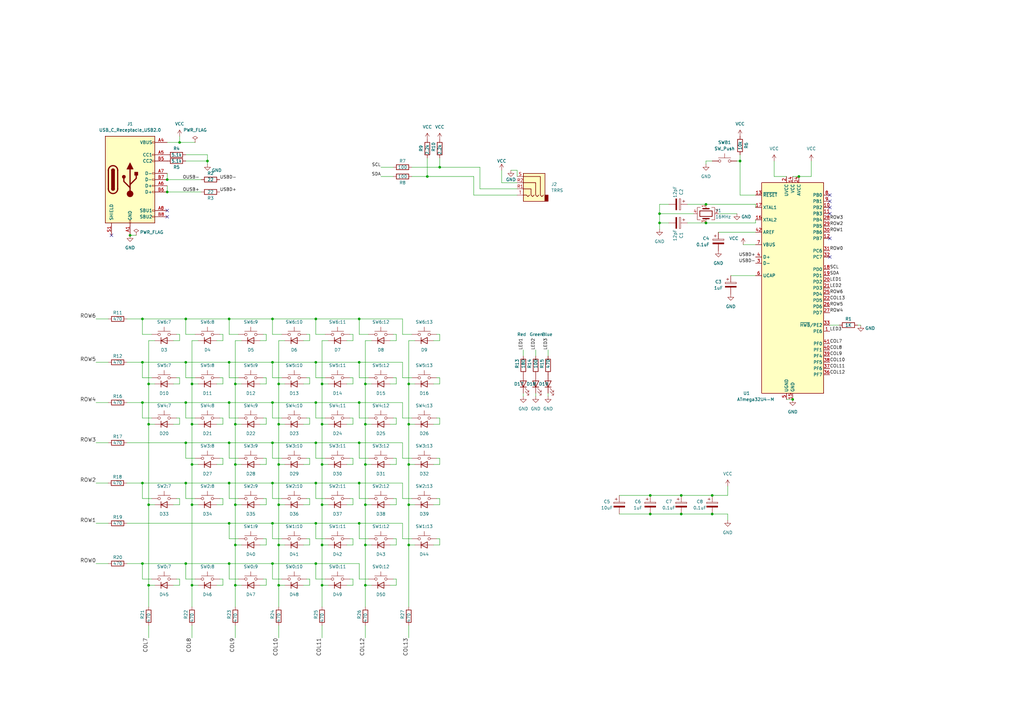
<source format=kicad_sch>
(kicad_sch (version 20211123) (generator eeschema)
  (paper "A3")
  (title_block (date "29 sep 2012"))
  (junction (at 292.1 203.2))
  (junction (at 78.74 190.5))
  (junction (at 114.3 223.52))
  (junction (at 111.76 148.59))
  (junction (at 58.42 198.12))
  (junction (at 149.86 157.48))
  (junction (at 149.86 223.52))
  (junction (at 96.52 240.03))
  (junction (at 129.54 198.12))
  (junction (at 132.08 190.5))
  (junction (at 73.66 58.42))
  (junction (at 111.76 181.61))
  (junction (at 289.56 83.82))
  (junction (at 147.32 148.59))
  (junction (at 93.98 165.1))
  (junction (at 175.26 72.39))
  (junction (at 111.76 198.12))
  (junction (at 149.86 173.99))
  (junction (at 111.76 214.63))
  (junction (at 58.42 165.1))
  (junction (at 114.3 190.5))
  (junction (at 76.2 181.61))
  (junction (at 167.64 207.01))
  (junction (at 58.42 231.14))
  (junction (at 292.1 210.82))
  (junction (at 132.08 207.01))
  (junction (at 58.42 148.59))
  (junction (at 129.54 165.1))
  (junction (at 147.32 165.1))
  (junction (at 270.51 91.44))
  (junction (at 114.3 173.99))
  (junction (at 325.12 163.83))
  (junction (at 147.32 198.12))
  (junction (at 76.2 165.1))
  (junction (at 85.09 66.04))
  (junction (at 76.2 231.14))
  (junction (at 180.34 68.58))
  (junction (at 76.2 148.59))
  (junction (at 167.64 157.48))
  (junction (at 114.3 240.03))
  (junction (at 327.66 72.39))
  (junction (at 132.08 223.52))
  (junction (at 60.96 157.48))
  (junction (at 93.98 148.59))
  (junction (at 78.74 157.48))
  (junction (at 149.86 207.01))
  (junction (at 96.52 173.99))
  (junction (at 96.52 190.5))
  (junction (at 111.76 130.81))
  (junction (at 266.7 203.2))
  (junction (at 303.53 66.04))
  (junction (at 129.54 231.14))
  (junction (at 129.54 148.59))
  (junction (at 132.08 157.48))
  (junction (at 149.86 240.03))
  (junction (at 93.98 231.14))
  (junction (at 93.98 214.63))
  (junction (at 270.51 87.63))
  (junction (at 76.2 198.12))
  (junction (at 167.64 173.99))
  (junction (at 60.96 173.99))
  (junction (at 266.7 210.82))
  (junction (at 114.3 157.48))
  (junction (at 60.96 240.03))
  (junction (at 68.58 78.74))
  (junction (at 78.74 240.03))
  (junction (at 129.54 130.81))
  (junction (at 58.42 130.81))
  (junction (at 96.52 223.52))
  (junction (at 167.64 223.52))
  (junction (at 53.34 96.52))
  (junction (at 96.52 207.01))
  (junction (at 279.4 203.2))
  (junction (at 147.32 130.81))
  (junction (at 111.76 165.1))
  (junction (at 111.76 231.14))
  (junction (at 149.86 190.5))
  (junction (at 132.08 240.03))
  (junction (at 68.58 73.66))
  (junction (at 78.74 173.99))
  (junction (at 289.56 91.44))
  (junction (at 279.4 210.82))
  (junction (at 93.98 181.61))
  (junction (at 114.3 207.01))
  (junction (at 147.32 181.61))
  (junction (at 167.64 190.5))
  (junction (at 96.52 157.48))
  (junction (at 93.98 198.12))
  (junction (at 60.96 207.01))
  (junction (at 132.08 173.99))
  (junction (at 76.2 130.81))
  (junction (at 93.98 130.81))
  (junction (at 129.54 214.63))
  (junction (at 78.74 207.01))
  (junction (at 129.54 181.61))
  (junction (at 147.32 214.63))
  (no_connect (at 340.36 97.79))
  (no_connect (at 68.58 86.36))
  (no_connect (at 340.36 80.01))
  (no_connect (at 340.36 87.63))
  (no_connect (at 45.72 96.52))
  (no_connect (at 340.36 105.41))
  (no_connect (at 68.58 88.9))
  (no_connect (at 340.36 82.55))
  (no_connect (at 340.36 85.09))
  (wire (pts (xy 270.51 91.44) (xy 274.32 91.44)))
  (wire (pts (xy 51.9672 198.12) (xy 58.42 198.12)))
  (wire (pts (xy 93.98 148.59) (xy 93.98 154.94)))
  (wire (pts (xy 344.17 133.35) (xy 340.36 133.35)))
  (wire (pts (xy 322.58 163.83) (xy 325.12 163.83)))
  (wire (pts (xy 132.08 139.7) (xy 132.08 157.48)))
  (wire (pts (xy 72.39 137.16) (xy 73.66 137.16)))
  (wire (pts (xy 147.32 148.59) (xy 147.32 154.94)))
  (wire (pts (xy 149.86 207.01) (xy 149.86 223.52)))
  (wire (pts (xy 179.07 171.45) (xy 180.34 171.45)))
  (wire (pts (xy 106.68 240.03) (xy 109.22 240.03)))
  (wire (pts (xy 111.76 181.61) (xy 111.76 187.96)))
  (wire (pts (xy 88.9 157.48) (xy 91.44 157.48)))
  (wire (pts (xy 132.08 139.7) (xy 134.62 139.7)))
  (wire (pts (xy 147.32 137.16) (xy 151.13 137.16)))
  (wire (pts (xy 93.98 237.49) (xy 97.79 237.49)))
  (wire (pts (xy 114.3 139.7) (xy 116.84 139.7)))
  (wire (pts (xy 68.58 73.66) (xy 82.55 73.66)))
  (wire (pts (xy 93.98 148.59) (xy 111.76 148.59)))
  (wire (pts (xy 162.56 190.5) (xy 162.56 187.96)))
  (wire (pts (xy 160.02 139.7) (xy 162.56 139.7)))
  (wire (pts (xy 60.96 157.48) (xy 60.96 173.99)))
  (wire (pts (xy 162.56 240.03) (xy 162.56 237.49)))
  (wire (pts (xy 93.98 204.47) (xy 97.79 204.47)))
  (wire (pts (xy 78.74 157.48) (xy 81.28 157.48)))
  (wire (pts (xy 292.1 210.82) (xy 298.45 210.82)))
  (wire (pts (xy 129.54 148.59) (xy 147.32 148.59)))
  (wire (pts (xy 106.68 139.7) (xy 109.22 139.7)))
  (wire (pts (xy 96.52 256.54) (xy 96.52 261.62)))
  (wire (pts (xy 111.76 137.16) (xy 115.57 137.16)))
  (wire (pts (xy 129.54 154.94) (xy 133.35 154.94)))
  (wire (pts (xy 58.42 198.12) (xy 76.2 198.12)))
  (wire (pts (xy 302.26 66.04) (xy 303.53 66.04)))
  (wire (pts (xy 114.3 256.54) (xy 114.3 261.62)))
  (wire (pts (xy 132.08 240.03) (xy 134.62 240.03)))
  (wire (pts (xy 147.32 154.94) (xy 151.13 154.94)))
  (wire (pts (xy 167.64 139.7) (xy 170.18 139.7)))
  (wire (pts (xy 165.1 220.98) (xy 168.91 220.98)))
  (wire (pts (xy 106.68 223.52) (xy 109.22 223.52)))
  (wire (pts (xy 161.29 220.98) (xy 162.56 220.98)))
  (wire (pts (xy 114.3 240.03) (xy 116.84 240.03)))
  (wire (pts (xy 147.32 214.63) (xy 147.32 220.98)))
  (wire (pts (xy 78.74 173.99) (xy 81.28 173.99)))
  (wire (pts (xy 298.45 210.82) (xy 298.45 213.36)))
  (wire (pts (xy 88.9 240.03) (xy 91.44 240.03)))
  (wire (pts (xy 254 203.2) (xy 266.7 203.2)))
  (wire (pts (xy 129.54 148.59) (xy 129.54 154.94)))
  (wire (pts (xy 143.51 187.96) (xy 144.78 187.96)))
  (wire (pts (xy 180.34 64.77) (xy 180.34 68.58)))
  (wire (pts (xy 167.64 173.99) (xy 167.64 190.5)))
  (wire (pts (xy 149.86 207.01) (xy 152.4 207.01)))
  (wire (pts (xy 76.2 198.12) (xy 76.2 204.47)))
  (wire (pts (xy 144.78 157.48) (xy 144.78 154.94)))
  (wire (pts (xy 177.8 207.01) (xy 180.34 207.01)))
  (wire (pts (xy 85.09 63.5) (xy 76.2 63.5)))
  (wire (pts (xy 106.68 190.5) (xy 109.22 190.5)))
  (wire (pts (xy 144.78 237.49) (xy 144.78 240.03)))
  (wire (pts (xy 332.74 72.39) (xy 327.66 72.39)))
  (wire (pts (xy 147.32 181.61) (xy 165.1 181.61)))
  (wire (pts (xy 114.3 223.52) (xy 116.84 223.52)))
  (wire (pts (xy 96.52 190.5) (xy 99.06 190.5)))
  (wire (pts (xy 73.66 240.03) (xy 73.66 237.49)))
  (wire (pts (xy 58.42 231.14) (xy 76.2 231.14)))
  (wire (pts (xy 76.2 237.49) (xy 80.01 237.49)))
  (wire (pts (xy 179.07 187.96) (xy 180.34 187.96)))
  (wire (pts (xy 76.2 231.14) (xy 76.2 237.49)))
  (wire (pts (xy 127 139.7) (xy 127 137.16)))
  (wire (pts (xy 52.07 214.63) (xy 93.98 214.63)))
  (wire (pts (xy 93.98 198.12) (xy 111.76 198.12)))
  (wire (pts (xy 111.76 231.14) (xy 129.54 231.14)))
  (wire (pts (xy 93.98 231.14) (xy 111.76 231.14)))
  (wire (pts (xy 168.91 72.39) (xy 175.26 72.39)))
  (wire (pts (xy 167.64 190.5) (xy 170.18 190.5)))
  (wire (pts (xy 58.42 154.94) (xy 58.42 148.59)))
  (wire (pts (xy 90.17 171.45) (xy 91.44 171.45)))
  (wire (pts (xy 147.32 237.49) (xy 151.13 237.49)))
  (wire (pts (xy 161.29 171.45) (xy 162.56 171.45)))
  (wire (pts (xy 109.22 157.48) (xy 109.22 154.94)))
  (wire (pts (xy 76.2 165.1) (xy 76.2 171.45)))
  (wire (pts (xy 175.26 64.77) (xy 175.26 72.39)))
  (wire (pts (xy 39.37 130.81) (xy 44.45 130.81)))
  (wire (pts (xy 125.73 154.94) (xy 127 154.94)))
  (wire (pts (xy 212.09 74.93) (xy 205.74 74.93)))
  (wire (pts (xy 60.96 157.48) (xy 63.5 157.48)))
  (wire (pts (xy 76.2 165.1) (xy 93.98 165.1)))
  (wire (pts (xy 39.37 214.63) (xy 44.45 214.63)))
  (wire (pts (xy 177.8 157.48) (xy 180.34 157.48)))
  (wire (pts (xy 71.12 157.48) (xy 73.66 157.48)))
  (wire (pts (xy 129.54 181.61) (xy 147.32 181.61)))
  (wire (pts (xy 180.34 139.7) (xy 180.34 137.16)))
  (wire (pts (xy 107.95 154.94) (xy 109.22 154.94)))
  (wire (pts (xy 90.17 137.16) (xy 91.44 137.16)))
  (wire (pts (xy 78.74 190.5) (xy 78.74 207.01)))
  (wire (pts (xy 88.9 207.01) (xy 91.44 207.01)))
  (wire (pts (xy 156.21 72.39) (xy 161.29 72.39)))
  (wire (pts (xy 147.32 148.59) (xy 165.1 148.59)))
  (wire (pts (xy 132.08 207.01) (xy 132.08 223.52)))
  (wire (pts (xy 165.1 137.16) (xy 168.91 137.16)))
  (wire (pts (xy 72.39 171.45) (xy 73.66 171.45)))
  (wire (pts (xy 91.44 157.48) (xy 91.44 154.94)))
  (wire (pts (xy 168.91 68.58) (xy 180.34 68.58)))
  (wire (pts (xy 149.86 173.99) (xy 152.4 173.99)))
  (wire (pts (xy 161.29 137.16) (xy 162.56 137.16)))
  (wire (pts (xy 114.3 223.52) (xy 114.3 240.03)))
  (wire (pts (xy 309.88 83.82) (xy 309.88 85.09)))
  (wire (pts (xy 39.37 148.59) (xy 44.45 148.59)))
  (wire (pts (xy 144.78 207.01) (xy 144.78 204.47)))
  (wire (pts (xy 165.1 171.45) (xy 168.91 171.45)))
  (wire (pts (xy 147.32 214.63) (xy 165.1 214.63)))
  (wire (pts (xy 93.98 154.94) (xy 97.79 154.94)))
  (wire (pts (xy 180.34 157.48) (xy 180.34 154.94)))
  (wire (pts (xy 254 210.82) (xy 266.7 210.82)))
  (wire (pts (xy 127 240.03) (xy 124.46 240.03)))
  (wire (pts (xy 292.1 66.04) (xy 289.56 66.04)))
  (wire (pts (xy 90.17 154.94) (xy 91.44 154.94)))
  (wire (pts (xy 68.58 71.12) (xy 68.58 73.66)))
  (wire (pts (xy 144.78 190.5) (xy 144.78 187.96)))
  (wire (pts (xy 149.86 223.52) (xy 152.4 223.52)))
  (wire (pts (xy 132.08 157.48) (xy 134.62 157.48)))
  (wire (pts (xy 149.86 157.48) (xy 152.4 157.48)))
  (wire (pts (xy 111.76 165.1) (xy 129.54 165.1)))
  (wire (pts (xy 162.56 223.52) (xy 162.56 220.98)))
  (wire (pts (xy 68.58 58.42) (xy 73.66 58.42)))
  (wire (pts (xy 194.31 72.39) (xy 175.26 72.39)))
  (wire (pts (xy 93.98 231.14) (xy 93.98 237.49)))
  (wire (pts (xy 149.86 190.5) (xy 149.86 207.01)))
  (wire (pts (xy 71.12 240.03) (xy 73.66 240.03)))
  (wire (pts (xy 90.17 204.47) (xy 91.44 204.47)))
  (wire (pts (xy 143.51 171.45) (xy 144.78 171.45)))
  (wire (pts (xy 143.51 137.16) (xy 144.78 137.16)))
  (wire (pts (xy 149.86 157.48) (xy 149.86 173.99)))
  (wire (pts (xy 124.46 173.99) (xy 127 173.99)))
  (wire (pts (xy 167.64 190.5) (xy 167.64 207.01)))
  (wire (pts (xy 73.66 207.01) (xy 73.66 204.47)))
  (wire (pts (xy 167.64 207.01) (xy 167.64 223.52)))
  (wire (pts (xy 91.44 207.01) (xy 91.44 204.47)))
  (wire (pts (xy 132.08 173.99) (xy 134.62 173.99)))
  (wire (pts (xy 147.32 198.12) (xy 147.32 204.47)))
  (wire (pts (xy 309.88 95.25) (xy 294.64 95.25)))
  (wire (pts (xy 78.74 139.7) (xy 81.28 139.7)))
  (wire (pts (xy 147.32 231.14) (xy 147.32 237.49)))
  (wire (pts (xy 111.76 231.14) (xy 111.76 237.49)))
  (wire (pts (xy 109.22 223.52) (xy 109.22 220.98)))
  (wire (pts (xy 78.74 240.03) (xy 81.28 240.03)))
  (wire (pts (xy 224.79 161.29) (xy 224.79 162.56)))
  (wire (pts (xy 76.2 181.61) (xy 93.98 181.61)))
  (wire (pts (xy 149.86 173.99) (xy 149.86 190.5)))
  (wire (pts (xy 73.66 173.99) (xy 73.66 171.45)))
  (wire (pts (xy 60.96 207.01) (xy 60.96 240.03)))
  (wire (pts (xy 85.09 66.04) (xy 76.2 66.04)))
  (wire (pts (xy 294.64 87.63) (xy 302.26 87.63)))
  (wire (pts (xy 124.46 207.01) (xy 127 207.01)))
  (wire (pts (xy 177.8 139.7) (xy 180.34 139.7)))
  (wire (pts (xy 96.52 190.5) (xy 96.52 207.01)))
  (wire (pts (xy 78.74 256.54) (xy 78.74 261.62)))
  (wire (pts (xy 73.66 157.48) (xy 73.66 154.94)))
  (wire (pts (xy 165.1 187.96) (xy 168.91 187.96)))
  (wire (pts (xy 266.7 203.2) (xy 279.4 203.2)))
  (wire (pts (xy 129.54 231.14) (xy 147.32 231.14)))
  (wire (pts (xy 142.24 157.48) (xy 144.78 157.48)))
  (wire (pts (xy 111.76 214.63) (xy 129.54 214.63)))
  (wire (pts (xy 76.2 148.59) (xy 76.2 154.94)))
  (wire (pts (xy 162.56 139.7) (xy 162.56 137.16)))
  (wire (pts (xy 58.42 148.59) (xy 76.2 148.59)))
  (wire (pts (xy 167.64 256.54) (xy 167.64 261.62)))
  (wire (pts (xy 93.98 130.81) (xy 111.76 130.81)))
  (wire (pts (xy 270.51 91.44) (xy 270.51 93.98)))
  (wire (pts (xy 143.51 237.49) (xy 144.78 237.49)))
  (wire (pts (xy 127 237.49) (xy 127 240.03)))
  (wire (pts (xy 60.96 256.54) (xy 60.96 261.62)))
  (wire (pts (xy 114.3 190.5) (xy 116.84 190.5)))
  (wire (pts (xy 129.54 204.47) (xy 133.35 204.47)))
  (wire (pts (xy 58.42 237.49) (xy 58.42 231.14)))
  (wire (pts (xy 90.17 187.96) (xy 91.44 187.96)))
  (wire (pts (xy 114.3 173.99) (xy 114.3 190.5)))
  (wire (pts (xy 143.51 220.98) (xy 144.78 220.98)))
  (wire (pts (xy 125.73 171.45) (xy 127 171.45)))
  (wire (pts (xy 93.98 220.98) (xy 97.79 220.98)))
  (wire (pts (xy 93.98 165.1) (xy 111.76 165.1)))
  (wire (pts (xy 132.08 256.54) (xy 132.08 261.62)))
  (wire (pts (xy 111.76 165.1) (xy 111.76 171.45)))
  (wire (pts (xy 279.4 210.82) (xy 292.1 210.82)))
  (wire (pts (xy 96.52 139.7) (xy 99.06 139.7)))
  (wire (pts (xy 205.74 74.93) (xy 205.74 69.85)))
  (wire (pts (xy 114.3 157.48) (xy 116.84 157.48)))
  (wire (pts (xy 309.88 91.44) (xy 309.88 90.17)))
  (wire (pts (xy 58.42 171.45) (xy 62.23 171.45)))
  (wire (pts (xy 266.7 210.82) (xy 279.4 210.82)))
  (wire (pts (xy 149.86 256.54) (xy 149.86 261.62)))
  (wire (pts (xy 125.73 187.96) (xy 127 187.96)))
  (wire (pts (xy 127 173.99) (xy 127 171.45)))
  (wire (pts (xy 96.52 139.7) (xy 96.52 157.48)))
  (wire (pts (xy 224.79 143.51) (xy 224.79 146.05)))
  (wire (pts (xy 289.56 83.82) (xy 309.88 83.82)))
  (wire (pts (xy 109.22 187.96) (xy 109.22 190.5)))
  (wire (pts (xy 58.42 237.49) (xy 62.23 237.49)))
  (wire (pts (xy 127 157.48) (xy 127 154.94)))
  (wire (pts (xy 111.76 220.98) (xy 115.57 220.98)))
  (wire (pts (xy 78.74 173.99) (xy 78.74 190.5)))
  (wire (pts (xy 60.96 207.01) (xy 63.5 207.01)))
  (wire (pts (xy 167.64 223.52) (xy 170.18 223.52)))
  (wire (pts (xy 322.58 72.39) (xy 317.5 72.39)))
  (wire (pts (xy 177.8 223.52) (xy 180.34 223.52)))
  (wire (pts (xy 127 207.01) (xy 127 204.47)))
  (wire (pts (xy 165.1 214.63) (xy 165.1 220.98)))
  (wire (pts (xy 279.4 203.2) (xy 292.1 203.2)))
  (wire (pts (xy 91.44 139.7) (xy 91.44 137.16)))
  (wire (pts (xy 162.56 207.01) (xy 162.56 204.47)))
  (wire (pts (xy 96.52 157.48) (xy 99.06 157.48)))
  (wire (pts (xy 125.73 237.49) (xy 127 237.49)))
  (wire (pts (xy 214.63 143.51) (xy 214.63 146.05)))
  (wire (pts (xy 325.12 72.39) (xy 327.66 72.39)))
  (wire (pts (xy 147.32 130.81) (xy 165.1 130.81)))
  (wire (pts (xy 167.64 157.48) (xy 167.64 173.99)))
  (wire (pts (xy 73.66 58.42) (xy 73.66 55.88)))
  (wire (pts (xy 353.06 133.35) (xy 351.79 133.35)))
  (wire (pts (xy 76.2 181.61) (xy 76.2 187.96)))
  (wire (pts (xy 309.88 113.03) (xy 299.72 113.03)))
  (wire (pts (xy 58.42 137.16) (xy 62.23 137.16)))
  (wire (pts (xy 58.42 130.81) (xy 76.2 130.81)))
  (wire (pts (xy 96.52 223.52) (xy 99.06 223.52)))
  (wire (pts (xy 144.78 223.52) (xy 144.78 220.98)))
  (wire (pts (xy 144.78 173.99) (xy 144.78 171.45)))
  (wire (pts (xy 111.76 154.94) (xy 115.57 154.94)))
  (wire (pts (xy 132.08 190.5) (xy 134.62 190.5)))
  (wire (pts (xy 281.94 91.44) (xy 289.56 91.44)))
  (wire (pts (xy 209.55 69.85) (xy 212.09 69.85)))
  (wire (pts (xy 78.74 190.5) (xy 81.28 190.5)))
  (wire (pts (xy 149.86 139.7) (xy 152.4 139.7)))
  (wire (pts (xy 91.44 190.5) (xy 91.44 187.96)))
  (wire (pts (xy 214.63 161.29) (xy 214.63 162.56)))
  (wire (pts (xy 111.76 198.12) (xy 111.76 204.47)))
  (wire (pts (xy 114.3 207.01) (xy 116.84 207.01)))
  (wire (pts (xy 132.08 223.52) (xy 134.62 223.52)))
  (wire (pts (xy 114.3 157.48) (xy 114.3 173.99)))
  (wire (pts (xy 71.12 139.7) (xy 73.66 139.7)))
  (wire (pts (xy 149.86 139.7) (xy 149.86 157.48)))
  (wire (pts (xy 93.98 214.63) (xy 93.98 220.98)))
  (wire (pts (xy 76.2 137.16) (xy 80.01 137.16)))
  (wire (pts (xy 129.54 198.12) (xy 129.54 204.47)))
  (wire (pts (xy 106.68 207.01) (xy 109.22 207.01)))
  (wire (pts (xy 167.64 157.48) (xy 170.18 157.48)))
  (wire (pts (xy 88.9 190.5) (xy 91.44 190.5)))
  (wire (pts (xy 147.32 130.81) (xy 147.32 137.16)))
  (wire (pts (xy 111.76 198.12) (xy 129.54 198.12)))
  (wire (pts (xy 107.95 171.45) (xy 109.22 171.45)))
  (wire (pts (xy 165.1 148.59) (xy 165.1 154.94)))
  (wire (pts (xy 281.94 83.82) (xy 289.56 83.82)))
  (wire (pts (xy 332.74 66.04) (xy 332.74 72.39)))
  (wire (pts (xy 114.3 190.5) (xy 114.3 207.01)))
  (wire (pts (xy 76.2 148.59) (xy 93.98 148.59)))
  (wire (pts (xy 96.52 240.03) (xy 99.06 240.03)))
  (wire (pts (xy 212.09 80.01) (xy 194.31 80.01)))
  (wire (pts (xy 143.51 154.94) (xy 144.78 154.94)))
  (wire (pts (xy 142.24 223.52) (xy 144.78 223.52)))
  (wire (pts (xy 180.34 207.01) (xy 180.34 204.47)))
  (wire (pts (xy 149.86 190.5) (xy 152.4 190.5)))
  (wire (pts (xy 160.02 207.01) (xy 162.56 207.01)))
  (wire (pts (xy 109.22 173.99) (xy 109.22 171.45)))
  (wire (pts (xy 58.42 137.16) (xy 58.42 130.81)))
  (wire (pts (xy 96.52 157.48) (xy 96.52 173.99)))
  (wire (pts (xy 72.39 154.94) (xy 73.66 154.94)))
  (wire (pts (xy 147.32 204.47) (xy 151.13 204.47)))
  (wire (pts (xy 125.73 137.16) (xy 127 137.16)))
  (wire (pts (xy 142.24 207.01) (xy 144.78 207.01)))
  (wire (pts (xy 96.52 240.03) (xy 96.52 248.92)))
  (wire (pts (xy 147.32 165.1) (xy 147.32 171.45)))
  (wire (pts (xy 114.3 139.7) (xy 114.3 157.48)))
  (wire (pts (xy 179.07 204.47) (xy 180.34 204.47)))
  (wire (pts (xy 111.76 130.81) (xy 111.76 137.16)))
  (wire (pts (xy 96.52 223.52) (xy 96.52 240.03)))
  (wire (pts (xy 111.76 237.49) (xy 115.57 237.49)))
  (wire (pts (xy 78.74 207.01) (xy 78.74 240.03)))
  (wire (pts (xy 111.76 171.45) (xy 115.57 171.45)))
  (wire (pts (xy 93.98 181.61) (xy 93.98 187.96)))
  (wire (pts (xy 52.07 148.59) (xy 58.42 148.59)))
  (wire (pts (xy 93.98 165.1) (xy 93.98 171.45)))
  (wire (pts (xy 58.42 204.47) (xy 62.23 204.47)))
  (wire (pts (xy 142.24 190.5) (xy 144.78 190.5)))
  (wire (pts (xy 143.51 204.47) (xy 144.78 204.47)))
  (wire (pts (xy 132.08 173.99) (xy 132.08 190.5)))
  (wire (pts (xy 132.08 207.01) (xy 134.62 207.01)))
  (wire (pts (xy 196.85 77.47) (xy 196.85 68.58)))
  (wire (pts (xy 219.71 143.51) (xy 219.71 146.05)))
  (wire (pts (xy 39.37 231.14) (xy 44.45 231.14)))
  (wire (pts (xy 270.51 87.63) (xy 270.51 91.44)))
  (wire (pts (xy 111.76 148.59) (xy 111.76 154.94)))
  (wire (pts (xy 129.54 130.81) (xy 147.32 130.81)))
  (wire (pts (xy 219.71 161.29) (xy 219.71 162.56)))
  (wire (pts (xy 73.66 139.7) (xy 73.66 137.16)))
  (wire (pts (xy 109.22 240.03) (xy 109.22 237.49)))
  (wire (pts (xy 68.58 78.74) (xy 82.55 78.74)))
  (wire (pts (xy 303.53 80.01) (xy 309.88 80.01)))
  (wire (pts (xy 39.37 198.12) (xy 44.3472 198.12)))
  (wire (pts (xy 125.73 204.47) (xy 127 204.47)))
  (wire (pts (xy 76.2 231.14) (xy 93.98 231.14)))
  (wire (pts (xy 127 190.5) (xy 127 187.96)))
  (wire (pts (xy 142.24 139.7) (xy 144.78 139.7)))
  (wire (pts (xy 60.96 240.03) (xy 63.5 240.03)))
  (wire (pts (xy 52.07 181.61) (xy 76.2 181.61)))
  (wire (pts (xy 52.07 165.1) (xy 58.42 165.1)))
  (wire (pts (xy 111.76 214.63) (xy 111.76 220.98)))
  (wire (pts (xy 96.52 173.99) (xy 99.06 173.99)))
  (wire (pts (xy 167.64 139.7) (xy 167.64 157.48)))
  (wire (pts (xy 107.95 204.47) (xy 109.22 204.47)))
  (wire (pts (xy 298.45 203.2) (xy 292.1 203.2)))
  (wire (pts (xy 58.42 171.45) (xy 58.42 165.1)))
  (wire (pts (xy 147.32 198.12) (xy 165.1 198.12)))
  (wire (pts (xy 317.5 72.39) (xy 317.5 66.04)))
  (wire (pts (xy 76.2 171.45) (xy 80.01 171.45)))
  (wire (pts (xy 58.42 154.94) (xy 62.23 154.94)))
  (wire (pts (xy 76.2 204.47) (xy 80.01 204.47)))
  (wire (pts (xy 165.1 130.81) (xy 165.1 137.16)))
  (wire (pts (xy 52.07 130.81) (xy 58.42 130.81)))
  (wire (pts (xy 93.98 137.16) (xy 97.79 137.16)))
  (wire (pts (xy 161.29 154.94) (xy 162.56 154.94)))
  (wire (pts (xy 73.66 58.42) (xy 80.01 58.42)))
  (wire (pts (xy 304.8 100.33) (xy 309.88 100.33)))
  (wire (pts (xy 88.9 173.99) (xy 91.44 173.99)))
  (wire (pts (xy 88.9 139.7) (xy 91.44 139.7)))
  (wire (pts (xy 111.76 181.61) (xy 129.54 181.61)))
  (wire (pts (xy 298.45 199.39) (xy 298.45 203.2)))
  (wire (pts (xy 149.86 240.03) (xy 149.86 248.92)))
  (wire (pts (xy 132.08 190.5) (xy 132.08 207.01)))
  (wire (pts (xy 179.07 154.94) (xy 180.34 154.94)))
  (wire (pts (xy 132.08 240.03) (xy 132.08 248.92)))
  (wire (pts (xy 129.54 165.1) (xy 147.32 165.1)))
  (wire (pts (xy 160.02 190.5) (xy 162.56 190.5)))
  (wire (pts (xy 167.64 173.99) (xy 170.18 173.99)))
  (wire (pts (xy 165.1 204.47) (xy 168.91 204.47)))
  (wire (pts (xy 93.98 187.96) (xy 97.79 187.96)))
  (wire (pts (xy 72.39 204.47) (xy 73.66 204.47)))
  (wire (pts (xy 76.2 187.96) (xy 80.01 187.96)))
  (wire (pts (xy 68.58 76.2) (xy 68.58 78.74)))
  (wire (pts (xy 270.51 87.63) (xy 284.48 87.63)))
  (wire (pts (xy 76.2 130.81) (xy 93.98 130.81)))
  (wire (pts (xy 165.1 198.12) (xy 165.1 204.47)))
  (wire (pts (xy 106.68 173.99) (xy 109.22 173.99)))
  (wire (pts (xy 91.44 240.03) (xy 91.44 237.49)))
  (wire (pts (xy 78.74 139.7) (xy 78.74 157.48)))
  (wire (pts (xy 78.74 240.03) (xy 78.74 248.92)))
  (wire (pts (xy 78.74 207.01) (xy 81.28 207.01)))
  (wire (pts (xy 147.32 181.61) (xy 147.32 187.96)))
  (wire (pts (xy 109.22 207.01) (xy 109.22 204.47)))
  (wire (pts (xy 91.44 173.99) (xy 91.44 171.45)))
  (wire (pts (xy 114.3 207.01) (xy 114.3 223.52)))
  (wire (pts (xy 85.09 63.5) (xy 85.09 66.04)))
  (wire (pts (xy 106.68 157.48) (xy 109.22 157.48)))
  (wire (pts (xy 160.02 157.48) (xy 162.56 157.48)))
  (wire (pts (xy 212.09 69.85) (xy 212.09 72.39)))
  (wire (pts (xy 96.52 207.01) (xy 99.06 207.01)))
  (wire (pts (xy 78.74 157.48) (xy 78.74 173.99)))
  (wire (pts (xy 165.1 154.94) (xy 168.91 154.94)))
  (wire (pts (xy 60.96 173.99) (xy 60.96 207.01)))
  (wire (pts (xy 39.37 165.1) (xy 44.45 165.1)))
  (wire (pts (xy 132.08 223.52) (xy 132.08 240.03)))
  (wire (pts (xy 107.95 187.96) (xy 109.22 187.96)))
  (wire (pts (xy 129.54 181.61) (xy 129.54 187.96)))
  (wire (pts (xy 90.17 237.49) (xy 91.44 237.49)))
  (wire (pts (xy 125.73 220.98) (xy 127 220.98)))
  (wire (pts (xy 107.95 237.49) (xy 109.22 237.49)))
  (wire (pts (xy 76.2 154.94) (xy 80.01 154.94)))
  (wire (pts (xy 129.54 165.1) (xy 129.54 171.45)))
  (wire (pts (xy 39.37 181.61) (xy 44.45 181.61)))
  (wire (pts (xy 179.07 137.16) (xy 180.34 137.16)))
  (wire (pts (xy 93.98 130.81) (xy 93.98 137.16)))
  (wire (pts (xy 180.34 173.99) (xy 180.34 171.45)))
  (wire (pts (xy 160.02 240.03) (xy 162.56 240.03)))
  (wire (pts (xy 162.56 173.99) (xy 162.56 171.45)))
  (wire (pts (xy 289.56 66.04) (xy 289.56 67.31)))
  (wire (pts (xy 149.86 240.03) (xy 152.4 240.03)))
  (wire (pts (xy 129.54 220.98) (xy 133.35 220.98)))
  (wire (pts (xy 107.95 137.16) (xy 109.22 137.16)))
  (wire (pts (xy 124.46 139.7) (xy 127 139.7)))
  (wire (pts (xy 93.98 198.12) (xy 93.98 204.47)))
  (wire (pts (xy 111.76 204.47) (xy 115.57 204.47)))
  (wire (pts (xy 129.54 214.63) (xy 147.32 214.63)))
  (wire (pts (xy 52.07 231.14) (xy 58.42 231.14)))
  (wire (pts (xy 93.98 181.61) (xy 111.76 181.61)))
  (wire (pts (xy 303.53 63.5) (xy 303.53 66.04)))
  (wire (pts (xy 60.96 173.99) (xy 63.5 173.99)))
  (wire (pts (xy 132.08 157.48) (xy 132.08 173.99)))
  (wire (pts (xy 165.1 181.61) (xy 165.1 187.96)))
  (wire (pts (xy 179.07 220.98) (xy 180.34 220.98)))
  (wire (pts (xy 71.12 207.01) (xy 73.66 207.01)))
  (wire (pts (xy 111.76 148.59) (xy 129.54 148.59)))
  (wire (pts (xy 289.56 91.44) (xy 309.88 91.44)))
  (wire (pts (xy 72.39 237.49) (xy 73.66 237.49)))
  (wire (pts (xy 156.21 68.58) (xy 161.29 68.58)))
  (wire (pts (xy 60.96 139.7) (xy 60.96 157.48)))
  (wire (pts (xy 114.3 240.03) (xy 114.3 248.92)))
  (wire (pts (xy 160.02 223.52) (xy 162.56 223.52)))
  (wire (pts (xy 147.32 165.1) (xy 165.1 165.1)))
  (wire (pts (xy 129.54 187.96) (xy 133.35 187.96)))
  (wire (pts (xy 147.32 171.45) (xy 151.13 171.45)))
  (wire (pts (xy 53.34 96.52) (xy 55.88 96.52)))
  (wire (pts (xy 129.54 231.14) (xy 129.54 237.49)))
  (wire (pts (xy 180.34 223.52) (xy 180.34 220.98)))
  (wire (pts (xy 71.12 173.99) (xy 73.66 173.99)))
  (wire (pts (xy 142.24 173.99) (xy 144.78 173.99)))
  (wire (pts (xy 129.54 137.16) (xy 133.35 137.16)))
  (wire (pts (xy 93.98 214.63) (xy 111.76 214.63)))
  (wire (pts (xy 107.95 220.98) (xy 109.22 220.98)))
  (wire (pts (xy 212.09 77.47) (xy 196.85 77.47)))
  (wire (pts (xy 167.64 223.52) (xy 167.64 248.92)))
  (wire (pts (xy 161.29 237.49) (xy 162.56 237.49)))
  (wire (pts (xy 114.3 173.99) (xy 116.84 173.99)))
  (wire (pts (xy 180.34 190.5) (xy 180.34 187.96)))
  (wire (pts (xy 177.8 173.99) (xy 180.34 173.99)))
  (wire (pts (xy 93.98 171.45) (xy 97.79 171.45)))
  (wire (pts (xy 76.2 130.81) (xy 76.2 137.16)))
  (wire (pts (xy 124.46 157.48) (xy 127 157.48)))
  (wire (pts (xy 165.1 165.1) (xy 165.1 171.45)))
  (wire (pts (xy 147.32 187.96) (xy 151.13 187.96)))
  (wire (pts (xy 96.52 173.99) (xy 96.52 190.5)))
  (wire (pts (xy 161.29 187.96) (xy 162.56 187.96)))
  (wire (pts (xy 76.2 198.12) (xy 93.98 198.12)))
  (wire (pts (xy 58.42 165.1) (xy 76.2 165.1)))
  (wire (pts (xy 270.51 83.82) (xy 270.51 87.63)))
  (wire (pts (xy 196.85 68.58) (xy 180.34 68.58)))
  (wire (pts (xy 147.32 220.98) (xy 151.13 220.98)))
  (wire (pts (xy 270.51 83.82) (xy 274.32 83.82)))
  (wire (pts (xy 60.96 139.7) (xy 63.5 139.7)))
  (wire (pts (xy 58.42 204.47) (xy 58.42 198.12)))
  (wire (pts (xy 144.78 139.7) (xy 144.78 137.16)))
  (wire (pts (xy 109.22 139.7) (xy 109.22 137.16)))
  (wire (pts (xy 60.96 240.03) (xy 60.96 248.92)))
  (wire (pts (xy 111.76 187.96) (xy 115.57 187.96)))
  (wire (pts (xy 144.78 240.03) (xy 142.24 240.03)))
  (wire (pts (xy 167.64 207.01) (xy 170.18 207.01)))
  (wire (pts (xy 177.8 190.5) (xy 180.34 190.5)))
  (wire (pts (xy 111.76 130.81) (xy 129.54 130.81)))
  (wire (pts (xy 96.52 207.01) (xy 96.52 223.52)))
  (wire (pts (xy 127 223.52) (xy 127 220.98)))
  (wire (pts (xy 124.46 190.5) (xy 127 190.5)))
  (wire (pts (xy 162.56 157.48) (xy 162.56 154.94)))
  (wire (pts (xy 303.53 66.04) (xy 303.53 80.01)))
  (wire (pts (xy 129.54 214.63) (xy 129.54 220.98)))
  (wire (pts (xy 85.09 66.04) (xy 85.09 67.31)))
  (wire (pts (xy 129.54 130.81) (xy 129.54 137.16)))
  (wire (pts (xy 160.02 173.99) (xy 162.56 173.99)))
  (wire (pts (xy 161.29 204.47) (xy 162.56 204.47)))
  (wire (pts (xy 129.54 198.12) (xy 147.32 198.12)))
  (wire (pts (xy 194.31 80.01) (xy 194.31 72.39)))
  (wire (pts (xy 129.54 237.49) (xy 133.35 237.49)))
  (wire (pts (xy 149.86 223.52) (xy 149.86 240.03)))
  (wire (pts (xy 129.54 171.45) (xy 133.35 171.45)))
  (wire (pts (xy 124.46 223.52) (xy 127 223.52)))
  (label "COL9" (at 340.36 146.05 0))
  (label "ROW2" (at 340.36 92.71 0))
  (label "USBD+" (at 309.88 105.41 180))
  (label "COL10" (at 114.3 261.62 270) (effects (font (size 1.524 1.524))))
  (label "LED2" (at 219.71 143.51 90))
  (label "COL11" (at 132.08 261.62 270) (effects (font (size 1.524 1.524))))
  (label "LED2" (at 340.36 118.11 0))
  (label "COL7" (at 60.96 261.62 270) (effects (font (size 1.524 1.524))))
  (label "ROW6" (at 39.37 130.81 180) (effects (font (size 1.524 1.524))))
  (label "COL12" (at 340.36 153.67 0))
  (label "COL8" (at 340.36 143.51 0))
  (label "COL13" (at 340.36 123.19 0))
  (label "OUSB+" (at 74.93 78.74 0))
  (label "ROW4" (at 340.36 128.27 0))
  (label "ROW3" (at 39.37 181.61 180) (effects (font (size 1.524 1.524))))
  (label "SCL" (at 156.21 68.58 180))
  (label "COL9" (at 96.52 261.62 270) (effects (font (size 1.524 1.524))))
  (label "LED3" (at 224.79 143.51 90))
  (label "ROW4" (at 39.37 165.1 180) (effects (font (size 1.524 1.524))))
  (label "ROW0" (at 340.36 102.87 0))
  (label "COL12" (at 149.86 261.62 270) (effects (font (size 1.524 1.524))))
  (label "ROW2" (at 39.37 198.12 180) (effects (font (size 1.524 1.524))))
  (label "ROW0" (at 39.37 231.14 180) (effects (font (size 1.524 1.524))))
  (label "USBD+" (at 90.17 78.74 0))
  (label "ROW1" (at 39.37 214.63 180) (effects (font (size 1.524 1.524))))
  (label "COL11" (at 340.36 151.13 0))
  (label "OUSB-" (at 74.93 73.66 0))
  (label "COL10" (at 340.36 148.59 0))
  (label "ROW5" (at 340.36 125.73 0))
  (label "SDA" (at 156.21 72.39 180))
  (label "SDA" (at 340.36 113.03 0))
  (label "LED3" (at 340.36 135.89 0))
  (label "LED1" (at 214.63 143.51 90))
  (label "COL8" (at 78.74 261.62 270) (effects (font (size 1.524 1.524))))
  (label "LED1" (at 340.36 115.57 0))
  (label "USBD-" (at 309.88 107.95 180))
  (label "ROW1" (at 340.36 95.25 0))
  (label "USBD-" (at 90.17 73.66 0))
  (label "ROW6" (at 340.36 120.65 0))
  (label "SCL" (at 340.36 110.49 0))
  (label "ROW5" (at 39.37 148.59 180) (effects (font (size 1.524 1.524))))
  (label "COL7" (at 340.36 140.97 0))
  (label "COL13" (at 167.64 261.62 270) (effects (font (size 1.524 1.524))))
  (label "ROW3" (at 340.36 90.17 0))
  (symbol (lib_id "Device:D") (at 138.43 223.52 0) (unit 1)
    (property "Reference" "D42" (at 138.43 227.33 0))
    (property "Value" "D" (effects hide))
    (property "Footprint" "Diode_SMD:D_SOD-123F" (effects hide))
    (property "LCSC" "C64898" (effects hide))
  )
  (symbol (lib_id "Device:C_Polarized") (at 278.13 91.44 270) (unit 1)
    (property "Reference" "C1" (at 279.4 96.52 0))
    (property "Value" "12pF" (at 276.86 96.52 0))
    (property "Footprint" "Capacitor_SMD:C_0402_1005Metric" (effects hide))
    (property "LCSC" "C1547" (effects hide))
  )
  (symbol (lib_id "Switch:SW_Push") (at 138.43 171.45 0) (unit 1)
    (property "Reference" "SW4:11" (at 138.43 166.37 0))
    (property "Value" "SW_Push" (effects hide))
    (property "Footprint" "additional-footprints:KailhHotswapChoc1" (effects hide))
  )
  (symbol (lib_id "Device:D") (at 120.65 157.48 0) (unit 1)
    (property "Reference" "D13" (at 120.65 161.29 0))
    (property "Value" "D" (effects hide))
    (property "Footprint" "Diode_SMD:D_SOD-123F" (effects hide))
    (property "LCSC" "C64898" (effects hide))
  )
  (symbol (lib_id "power:GND") (at 298.45 213.36 0) (unit 1)
    (property "Reference" "#PWR0106" (effects hide))
    (property "Value" "GND" (at 298.45 218.44 0))
  )
  (symbol (lib_id "Device:D") (at 102.87 173.99 0) (unit 1)
    (property "Reference" "D22" (at 102.87 177.8 0))
    (property "Value" "D" (effects hide))
    (property "Footprint" "Diode_SMD:D_SOD-123F" (effects hide))
    (property "LCSC" "C64898" (effects hide))
  )
  (symbol (lib_id "Switch:SW_Push") (at 138.43 237.49 0) (unit 1)
    (property "Reference" "SW0:11" (at 138.43 232.41 0))
    (property "Value" "SW_Push" (effects hide))
    (property "Footprint" "additional-footprints:KailhHotswapChoc2" (effects hide))
  )
  (symbol (lib_id "Device:R") (at 165.1 72.39 270) (unit 1)
    (property "Reference" "R8" (at 165.1 74.93 90))
    (property "Value" "100" (at 165.1 72.39 90))
    (property "Footprint" "Resistor_SMD:R_0402_1005Metric" (effects hide))
    (property "LCSC" "C25076" (effects hide))
  )
  (symbol (lib_id "Device:D") (at 85.09 173.99 0) (unit 1)
    (property "Reference" "D21" (at 85.09 177.8 0))
    (property "Value" "D" (effects hide))
    (property "Footprint" "Diode_SMD:D_SOD-123F" (effects hide))
    (property "LCSC" "C64898" (effects hide))
  )
  (symbol (lib_id "Switch:SW_Push") (at 67.31 204.47 0) (unit 1)
    (property "Reference" "SW2:7" (at 67.31 199.39 0))
    (property "Value" "SW_Push" (effects hide))
    (property "Footprint" "additional-footprints:KailhHotswapChoc15" (effects hide))
  )
  (symbol (lib_id "Device:D") (at 156.21 173.99 0) (unit 1)
    (property "Reference" "D25" (at 156.21 177.8 0))
    (property "Value" "D" (effects hide))
    (property "Footprint" "Diode_SMD:D_SOD-123F" (effects hide))
    (property "LCSC" "C64898" (effects hide))
  )
  (symbol (lib_id "power:VCC") (at 205.74 69.85 0) (unit 1)
    (property "Reference" "#PWR0104" (effects hide))
    (property "Value" "VCC" (at 205.74 66.04 0))
  )
  (symbol (lib_id "Switch:SW_Push") (at 85.09 204.47 0) (unit 1)
    (property "Reference" "SW2:8" (at 85.09 199.39 0))
    (property "Value" "SW_Push" (effects hide))
    (property "Footprint" "additional-footprints:KailhHotswapChoc1" (effects hide))
  )
  (symbol (lib_id "Switch:SW_Push") (at 156.21 187.96 0) (unit 1)
    (property "Reference" "SW3:12" (at 156.21 182.88 0))
    (property "Value" "SW_Push" (effects hide))
    (property "Footprint" "additional-footprints:KailhHotswapChoc1" (effects hide))
  )
  (symbol (lib_id "Switch:SW_Push") (at 102.87 137.16 0) (unit 1)
    (property "Reference" "SW6:9" (at 102.87 132.08 0))
    (property "Value" "SW_Push" (effects hide))
    (property "Footprint" "additional-footprints:KailhHotswapChoc1" (effects hide))
  )
  (symbol (lib_id "Switch:SW_Push") (at 173.99 187.96 0) (unit 1)
    (property "Reference" "SW3:13" (at 173.99 182.88 0))
    (property "Value" "SW_Push" (effects hide))
    (property "Footprint" "additional-footprints:KailhHotswapChoc1" (effects hide))
  )
  (symbol (lib_id "Device:D") (at 120.65 223.52 0) (unit 1)
    (property "Reference" "D41" (at 120.65 227.33 0))
    (property "Value" "D" (effects hide))
    (property "Footprint" "Diode_SMD:D_SOD-123F" (effects hide))
    (property "LCSC" "C64898" (effects hide))
  )
  (symbol (lib_id "Device:D") (at 156.21 157.48 0) (unit 1)
    (property "Reference" "D15" (at 156.21 161.29 0))
    (property "Value" "D" (effects hide))
    (property "Footprint" "Diode_SMD:D_SOD-123F" (effects hide))
    (property "LCSC" "C64898" (effects hide))
  )
  (symbol (lib_id "Device:R") (at 48.26 130.81 270) (unit 1)
    (property "Reference" "R11" (at 48.26 128.27 90))
    (property "Value" "470" (at 48.26 130.81 90))
    (property "Footprint" "Resistor_SMD:R_0402_1005Metric" (effects hide))
    (property "LCSC" "C25117" (effects hide))
  )
  (symbol (lib_id "Device:R") (at 78.74 252.73 0) (unit 1)
    (property "Reference" "R22" (at 76.2 254 90) (effects (justify left)))
    (property "Value" "470" (at 78.74 255.27 90) (effects (justify left)))
    (property "Footprint" "Resistor_SMD:R_0402_1005Metric" (effects hide))
    (property "LCSC" "C25117" (effects hide))
  )
  (symbol (lib_id "Device:R") (at 60.96 252.73 0) (unit 1)
    (property "Reference" "R21" (at 58.42 254 90) (effects (justify left)))
    (property "Value" "470" (at 60.96 255.27 90) (effects (justify left)))
    (property "Footprint" "Resistor_SMD:R_0402_1005Metric" (effects hide))
    (property "LCSC" "C25117" (effects hide))
  )
  (symbol (lib_id "power:PWR_FLAG") (at 55.88 96.52 0) (unit 1)
    (property "Reference" "#FLG0101" (effects hide))
    (property "Value" "PWR_FLAG" (at 62.23 95.25 0))
  )
  (symbol (lib_id "power:GND") (at 325.12 163.83 0) (unit 1)
    (property "Reference" "#PWR0121" (effects hide))
    (property "Value" "GND" (at 325.12 168.91 0))
  )
  (symbol (lib_id "Switch:SW_Push") (at 85.09 171.45 0) (unit 1)
    (property "Reference" "SW4:8" (at 85.09 166.37 0))
    (property "Value" "SW_Push" (effects hide))
    (property "Footprint" "additional-footprints:KailhHotswapChoc1" (effects hide))
  )
  (symbol (lib_id "Device:D") (at 173.99 157.48 0) (unit 1)
    (property "Reference" "D16" (at 173.99 161.29 0))
    (property "Value" "D" (effects hide))
    (property "Footprint" "Diode_SMD:D_SOD-123F" (effects hide))
    (property "LCSC" "C64898" (effects hide))
  )
  (symbol (lib_id "Device:R") (at 86.36 78.74 270) (unit 1)
    (property "Reference" "R3" (at 86.36 81.28 90))
    (property "Value" "22" (at 86.36 78.74 90))
    (property "Footprint" "Resistor_SMD:R_0402_1005Metric" (effects hide))
    (property "LCSC" "C25092" (effects hide))
  )
  (symbol (lib_id "Device:C_Polarized") (at 279.4 207.01 0) (unit 1)
    (property "Reference" "C7" (at 274.32 205.74 0))
    (property "Value" "0.1uF" (at 274.32 208.28 0))
    (property "Footprint" "Capacitor_SMD:C_0402_1005Metric" (effects hide))
    (property "LCSC" "C307331" (effects hide))
  )
  (symbol (lib_id "Device:R") (at 214.63 149.86 0) (unit 1)
    (property "Reference" "R13" (at 212.09 151.13 90) (effects (justify left)))
    (property "Value" "180" (at 214.63 151.13 90) (effects (justify left)))
    (property "Footprint" "Resistor_SMD:R_0402_1005Metric" (effects hide))
    (property "LCSC" "C25082" (effects hide))
  )
  (symbol (lib_id "Switch:SW_Push") (at 67.31 237.49 0) (unit 1)
    (property "Reference" "SW0:7" (at 67.31 232.41 0))
    (property "Value" "SW_Push" (effects hide))
    (property "Footprint" "additional-footprints:KailhHotswapChoc1" (effects hide))
  )
  (symbol (lib_id "Device:R") (at 347.98 133.35 270) (unit 1)
    (property "Reference" "R1" (at 347.98 130.81 90))
    (property "Value" "1K" (at 347.98 133.35 90))
    (property "Footprint" "Resistor_SMD:R_0402_1005Metric" (effects hide))
    (property "LCSC" "C11702" (effects hide))
  )
  (symbol (lib_id "Device:R") (at 96.52 252.73 0) (unit 1)
    (property "Reference" "R23" (at 93.98 254 90) (effects (justify left)))
    (property "Value" "470" (at 96.52 255.27 90) (effects (justify left)))
    (property "Footprint" "Resistor_SMD:R_0402_1005Metric" (effects hide))
    (property "LCSC" "C25117" (effects hide))
  )
  (symbol (lib_id "Device:R") (at 224.79 149.86 0) (unit 1)
    (property "Reference" "R15" (at 222.25 151.13 90) (effects (justify left)))
    (property "Value" "470" (at 224.79 151.13 90) (effects (justify left)))
    (property "Footprint" "Resistor_SMD:R_0402_1005Metric" (effects hide))
    (property "LCSC" "C25117" (effects hide))
  )
  (symbol (lib_id "Device:D") (at 85.09 139.7 0) (unit 1)
    (property "Reference" "D4" (at 85.09 143.51 0))
    (property "Value" "D" (effects hide))
    (property "Footprint" "Diode_SMD:D_SOD-123F" (effects hide))
    (property "LCSC" "C64898" (effects hide))
  )
  (symbol (lib_id "power:GND") (at 289.56 67.31 0) (unit 1)
    (property "Reference" "#PWR0117" (effects hide))
    (property "Value" "GND" (at 289.56 72.39 0))
  )
  (symbol (lib_id "power:GND") (at 302.26 87.63 0) (unit 1)
    (property "Reference" "#PWR0118" (effects hide))
    (property "Value" "GND" (at 306.07 88.9 0))
  )
  (symbol (lib_id "Connector:USB_C_Receptacle_USB2.0") (at 53.34 73.66 0) (unit 1)
    (property "Reference" "J1" (at 53.34 50.8 0))
    (property "Value" "USB_C_Receptacle_USB2.0" (at 53.34 53.34 0))
    (property "Footprint" "additional-footprints:HRS_CX90M-16P" (effects hide))
    (property "Datasheet" "https://www.usb.org/sites/default/files/documents/usb_type-c.zip" (effects hide))
    (property "LCSC" "C2889324" (effects hide))
  )
  (symbol (lib_id "Switch:SW_Push") (at 156.21 137.16 0) (unit 1)
    (property "Reference" "SW6:12" (at 156.21 132.08 0))
    (property "Value" "SW_Push" (effects hide))
    (property "Footprint" "additional-footprints:KailhHotswapChoc1" (effects hide))
  )
  (symbol (lib_id "Switch:SW_Push") (at 120.65 220.98 0) (unit 1)
    (property "Reference" "SW1:10" (at 120.65 215.9 0))
    (property "Value" "SW_Push" (effects hide))
    (property "Footprint" "additional-footprints:KailhHotswapChoc1" (effects hide))
  )
  (symbol (lib_id "Switch:SW_Push") (at 120.65 171.45 0) (unit 1)
    (property "Reference" "SW4:10" (at 120.65 166.37 0))
    (property "Value" "SW_Push" (effects hide))
    (property "Footprint" "additional-footprints:KailhHotswapChoc1" (effects hide))
  )
  (symbol (lib_id "Switch:SW_Push") (at 156.21 220.98 0) (unit 1)
    (property "Reference" "SW1:12" (at 156.21 215.9 0))
    (property "Value" "SW_Push" (effects hide))
    (property "Footprint" "additional-footprints:KailhHotswapChoc1" (effects hide))
  )
  (symbol (lib_id "Switch:SW_Push") (at 120.65 154.94 0) (unit 1)
    (property "Reference" "SW5:10" (at 120.65 149.86 0))
    (property "Value" "SW_Push" (effects hide))
    (property "Footprint" "additional-footprints:KailhHotswapChoc1" (effects hide))
  )
  (symbol (lib_id "Switch:SW_Push") (at 67.31 171.45 0) (unit 1)
    (property "Reference" "SW4:7" (at 67.31 166.37 0))
    (property "Value" "SW_Push" (effects hide))
    (property "Footprint" "additional-footprints:KailhHotswapChoc15" (effects hide))
  )
  (symbol (lib_id "Device:R") (at 132.08 252.73 0) (unit 1)
    (property "Reference" "R25" (at 129.54 254 90) (effects (justify left)))
    (property "Value" "470" (at 132.08 255.27 90) (effects (justify left)))
    (property "Footprint" "Resistor_SMD:R_0402_1005Metric" (effects hide))
    (property "LCSC" "C25117" (effects hide))
  )
  (symbol (lib_id "Switch:SW_Push") (at 85.09 154.94 0) (unit 1)
    (property "Reference" "SW5:8" (at 85.09 149.86 0))
    (property "Value" "SW_Push" (effects hide))
    (property "Footprint" "additional-footprints:KailhHotswapChoc1" (effects hide))
  )
  (symbol (lib_id "Device:C_Polarized") (at 294.64 99.06 0) (unit 1)
    (property "Reference" "C4" (at 289.56 97.79 0))
    (property "Value" "0.1uF" (at 288.29 100.33 0))
    (property "Footprint" "Capacitor_SMD:C_0402_1005Metric" (effects hide))
    (property "LCSC" "C307331" (effects hide))
  )
  (symbol (lib_id "Device:D") (at 85.09 157.48 0) (unit 1)
    (property "Reference" "D11" (at 85.09 161.29 0))
    (property "Value" "D" (effects hide))
    (property "Footprint" "Diode_SMD:D_SOD-123F" (effects hide))
    (property "LCSC" "C64898" (effects hide))
  )
  (symbol (lib_id "Device:D") (at 120.65 139.7 0) (unit 1)
    (property "Reference" "D6" (at 120.65 143.51 0))
    (property "Value" "D" (effects hide))
    (property "Footprint" "Diode_SMD:D_SOD-123F" (effects hide))
    (property "LCSC" "C64898" (effects hide))
  )
  (symbol (lib_id "Device:R") (at 180.34 60.96 0) (unit 1)
    (property "Reference" "R10" (at 177.8 62.23 90) (effects (justify left)))
    (property "Value" "2.2k" (at 180.34 63.5 90) (effects (justify left)))
    (property "Footprint" "Resistor_SMD:R_0402_1005Metric" (effects hide))
    (property "LCSC" "C25879" (effects hide))
  )
  (symbol (lib_id "Device:D") (at 138.43 190.5 0) (unit 1)
    (property "Reference" "D30" (at 138.43 194.31 0))
    (property "Value" "D" (effects hide))
    (property "Footprint" "Diode_SMD:D_SOD-123F" (effects hide))
    (property "LCSC" "C64898" (effects hide))
  )
  (symbol (lib_id "Device:R") (at 219.71 149.86 0) (unit 1)
    (property "Reference" "R14" (at 217.17 151.13 90) (effects (justify left)))
    (property "Value" "100" (at 219.71 151.13 90) (effects (justify left)))
    (property "Footprint" "Resistor_SMD:R_0402_1005Metric" (effects hide))
    (property "LCSC" "C25076" (effects hide))
  )
  (symbol (lib_id "Switch:SW_Push") (at 85.09 137.16 0) (unit 1)
    (property "Reference" "SW6:8" (at 85.09 132.08 0))
    (property "Value" "SW_Push" (effects hide))
    (property "Footprint" "additional-footprints:KailhHotswapChoc1" (effects hide))
  )
  (symbol (lib_id "MCU_Microchip_ATmega:ATmega32U4-M") (at 325.12 118.11 0) (unit 1)
    (property "Reference" "U1" (at 304.8 161.29 0) (effects (justify left)))
    (property "Value" "ATmega32U4-M" (at 302.26 163.83 0) (effects (justify left)))
    (property "Footprint" "additional-footprints:QFN-44-1EP_7x7mm_P0.5mm_EP5.2x5.2mm_ThermalVias_JLCPCB" (effects hide))
    (property "Datasheet" "http://ww1.microchip.com/downloads/en/DeviceDoc/Atmel-7766-8-bit-AVR-ATmega16U4-32U4_Datasheet.pdf" (effects hide))
    (property "LCSC" "C112161" (effects hide))
  )
  (symbol (lib_id "Switch:SW_Push") (at 102.87 187.96 0) (unit 1)
    (property "Reference" "SW3:9" (at 102.87 182.88 0))
    (property "Value" "SW_Push" (effects hide))
    (property "Footprint" "additional-footprints:KailhHotswapChoc1" (effects hide))
  )
  (symbol (lib_id "Device:D") (at 102.87 157.48 0) (unit 1)
    (property "Reference" "D12" (at 102.87 161.29 0))
    (property "Value" "D" (effects hide))
    (property "Footprint" "Diode_SMD:D_SOD-123F" (effects hide))
    (property "LCSC" "C64898" (effects hide))
  )
  (symbol (lib_id "Device:D") (at 156.21 139.7 0) (unit 1)
    (property "Reference" "D8" (at 156.21 143.51 0))
    (property "Value" "D" (effects hide))
    (property "Footprint" "Diode_SMD:D_SOD-123F" (effects hide))
    (property "LCSC" "C64898" (effects hide))
  )
  (symbol (lib_id "Switch:SW_Push") (at 67.31 154.94 0) (unit 1)
    (property "Reference" "SW5:7" (at 67.31 149.86 0))
    (property "Value" "SW_Push" (effects hide))
    (property "Footprint" "additional-footprints:KailhHotswapChoc1" (effects hide))
  )
  (symbol (lib_id "Device:D") (at 138.43 173.99 0) (unit 1)
    (property "Reference" "D24" (at 138.43 177.8 0))
    (property "Value" "D" (effects hide))
    (property "Footprint" "Diode_SMD:D_SOD-123F" (effects hide))
    (property "LCSC" "C64898" (effects hide))
  )
  (symbol (lib_id "Device:D") (at 85.09 240.03 0) (unit 1)
    (property "Reference" "D46" (at 85.09 243.84 0))
    (property "Value" "D" (effects hide))
    (property "Footprint" "Diode_SMD:D_SOD-123F" (effects hide))
    (property "LCSC" "C64898" (effects hide))
  )
  (symbol (lib_id "Device:D") (at 67.31 157.48 0) (unit 1)
    (property "Reference" "D10" (at 67.31 161.29 0))
    (property "Value" "D" (effects hide))
    (property "Footprint" "Diode_SMD:D_SOD-123F" (effects hide))
    (property "LCSC" "C64898" (effects hide))
  )
  (symbol (lib_id "Device:R") (at 165.1 68.58 270) (unit 1)
    (property "Reference" "R7" (at 165.1 66.04 90))
    (property "Value" "100" (at 165.1 68.58 90))
    (property "Footprint" "Resistor_SMD:R_0402_1005Metric" (effects hide))
    (property "LCSC" "C25076" (effects hide))
  )
  (symbol (lib_id "Switch:SW_Push") (at 138.43 220.98 0) (unit 1)
    (property "Reference" "SW1:11" (at 138.43 215.9 0))
    (property "Value" "SW_Push" (effects hide))
    (property "Footprint" "additional-footprints:KailhHotswapChoc1" (effects hide))
  )
  (symbol (lib_id "Device:R") (at 114.3 252.73 0) (unit 1)
    (property "Reference" "R24" (at 111.76 254 90) (effects (justify left)))
    (property "Value" "470" (at 114.3 255.27 90) (effects (justify left)))
    (property "Footprint" "Resistor_SMD:R_0402_1005Metric" (effects hide))
    (property "LCSC" "C25117" (effects hide))
  )
  (symbol (lib_id "Switch:SW_Push") (at 102.87 154.94 0) (unit 1)
    (property "Reference" "SW5:9" (at 102.87 149.86 0))
    (property "Value" "SW_Push" (effects hide))
    (property "Footprint" "additional-footprints:KailhHotswapChoc1" (effects hide))
  )
  (symbol (lib_id "Device:D") (at 67.31 139.7 0) (unit 1)
    (property "Reference" "D3" (at 67.31 143.51 0))
    (property "Value" "D" (effects hide))
    (property "Footprint" "Diode_SMD:D_SOD-123F" (effects hide))
    (property "LCSC" "C64898" (effects hide))
  )
  (symbol (lib_id "Switch:SW_Push") (at 138.43 204.47 0) (unit 1)
    (property "Reference" "SW2:11" (at 138.43 199.39 0))
    (property "Value" "SW_Push" (effects hide))
    (property "Footprint" "additional-footprints:KailhHotswapChoc1" (effects hide))
  )
  (symbol (lib_id "Device:LED") (at 214.63 157.48 90) (unit 1)
    (property "Reference" "D17" (at 210.82 157.48 90) (effects (justify right)))
    (property "Value" "Red" (at 212.09 137.16 90) (effects (justify right)))
    (property "Footprint" "Diode_SMD:D_0603_1608Metric" (effects hide))
    (property "LCSC" "C2286" (effects hide))
  )
  (symbol (lib_id "Switch:SW_Push") (at 173.99 171.45 0) (unit 1)
    (property "Reference" "SW4:13" (at 173.99 166.37 0))
    (property "Value" "SW_Push" (effects hide))
    (property "Footprint" "additional-footprints:KailhHotswapChoc1" (effects hide))
  )
  (symbol (lib_id "Device:D") (at 156.21 240.03 0) (unit 1)
    (property "Reference" "D50" (at 156.21 243.84 0))
    (property "Value" "D" (effects hide))
    (property "Footprint" "Diode_SMD:D_SOD-123F" (effects hide))
    (property "LCSC" "C64898" (effects hide))
  )
  (symbol (lib_id "power:GND") (at 270.51 93.98 0) (unit 1)
    (property "Reference" "#PWR0107" (effects hide))
    (property "Value" "GND" (at 270.51 99.06 0))
  )
  (symbol (lib_id "Device:D") (at 138.43 157.48 0) (unit 1)
    (property "Reference" "D14" (at 138.43 161.29 0))
    (property "Value" "D" (effects hide))
    (property "Footprint" "Diode_SMD:D_SOD-123F" (effects hide))
    (property "LCSC" "C64898" (effects hide))
  )
  (symbol (lib_id "Device:D") (at 138.43 207.01 0) (unit 1)
    (property "Reference" "D37" (at 138.43 210.82 0))
    (property "Value" "D" (effects hide))
    (property "Footprint" "Diode_SMD:D_SOD-123F" (effects hide))
    (property "LCSC" "C64898" (effects hide))
  )
  (symbol (lib_id "Switch:SW_Push") (at 173.99 137.16 0) (unit 1)
    (property "Reference" "SW6:13" (at 173.99 132.08 0))
    (property "Value" "SW_Push" (effects hide))
    (property "Footprint" "additional-footprints:KailhHotswapChoc1" (effects hide))
  )
  (symbol (lib_id "Switch:SW_Push") (at 138.43 137.16 0) (unit 1)
    (property "Reference" "SW6:11" (at 138.43 132.08 0))
    (property "Value" "SW_Push" (effects hide))
    (property "Footprint" "additional-footprints:KailhHotswapChoc1" (effects hide))
  )
  (symbol (lib_id "Device:D") (at 173.99 139.7 0) (unit 1)
    (property "Reference" "D9" (at 173.99 143.51 0))
    (property "Value" "D" (effects hide))
    (property "Footprint" "Diode_SMD:D_SOD-123F" (effects hide))
    (property "LCSC" "C64898" (effects hide))
  )
  (symbol (lib_id "Device:R") (at 303.53 59.69 180) (unit 1)
    (property "Reference" "R6" (at 306.07 59.69 90))
    (property "Value" "10k" (at 303.53 59.69 90))
    (property "Footprint" "Resistor_SMD:R_0402_1005Metric" (effects hide))
    (property "LCSC" "C25744" (effects hide))
  )
  (symbol (lib_id "Device:R") (at 48.26 231.14 270) (unit 1)
    (property "Reference" "R20" (at 48.26 228.6 90))
    (property "Value" "470" (at 48.26 231.14 90))
    (property "Footprint" "Resistor_SMD:R_0402_1005Metric" (effects hide))
    (property "LCSC" "C25117" (effects hide))
  )
  (symbol (lib_id "power:GND") (at 353.06 133.35 0) (unit 1)
    (property "Reference" "#PWR0119" (effects hide))
    (property "Value" "GND" (at 356.87 134.62 0))
  )
  (symbol (lib_id "Device:D") (at 120.65 240.03 0) (unit 1)
    (property "Reference" "D48" (at 120.65 243.84 0))
    (property "Value" "D" (effects hide))
    (property "Footprint" "Diode_SMD:D_SOD-123F" (effects hide))
    (property "LCSC" "C64898" (effects hide))
  )
  (symbol (lib_id "power:VCC") (at 175.26 57.15 0) (unit 1)
    (property "Reference" "#PWR0102" (effects hide))
    (property "Value" "VCC" (at 175.26 52.07 0))
  )
  (symbol (lib_id "power:GND") (at 85.09 67.31 0) (unit 1)
    (property "Reference" "#PWR0123" (effects hide))
    (property "Value" "GND" (at 88.9 69.85 0))
  )
  (symbol (lib_id "Device:D") (at 156.21 207.01 0) (unit 1)
    (property "Reference" "D38" (at 156.21 210.82 0))
    (property "Value" "D" (effects hide))
    (property "Footprint" "Diode_SMD:D_SOD-123F" (effects hide))
    (property "LCSC" "C64898" (effects hide))
  )
  (symbol (lib_id "power:GND") (at 299.72 120.65 0) (unit 1)
    (property "Reference" "#PWR0120" (effects hide))
    (property "Value" "GND" (at 299.72 125.73 0))
  )
  (symbol (lib_id "Device:D") (at 102.87 223.52 0) (unit 1)
    (property "Reference" "D40" (at 102.87 227.33 0))
    (property "Value" "D" (effects hide))
    (property "Footprint" "Diode_SMD:D_SOD-123F" (effects hide))
    (property "LCSC" "C64898" (effects hide))
  )
  (symbol (lib_id "Device:R") (at 86.36 73.66 270) (unit 1)
    (property "Reference" "R2" (at 86.36 71.12 90))
    (property "Value" "22" (at 86.36 73.66 90))
    (property "Footprint" "Resistor_SMD:R_0402_1005Metric" (effects hide))
    (property "LCSC" "C25092" (effects hide))
  )
  (symbol (lib_id "Device:R") (at 48.1572 198.12 270) (unit 1)
    (property "Reference" "R18" (at 48.1572 195.58 90))
    (property "Value" "470" (at 48.1572 198.12 90))
    (property "Footprint" "Resistor_SMD:R_0402_1005Metric" (effects hide))
    (property "LCSC" "C25117" (effects hide))
  )
  (symbol (lib_id "power:VCC") (at 73.66 55.88 0) (unit 1)
    (property "Reference" "#PWR0116" (effects hide))
    (property "Value" "VCC" (at 73.66 50.8 0))
  )
  (symbol (lib_id "power:GND") (at 53.34 96.52 0) (unit 1)
    (property "Reference" "#PWR0122" (effects hide))
    (property "Value" "GND" (at 53.34 101.6 0))
  )
  (symbol (lib_id "Switch:SW_Push") (at 120.65 187.96 0) (unit 1)
    (property "Reference" "SW3:10" (at 120.65 182.88 0))
    (property "Value" "SW_Push" (effects hide))
    (property "Footprint" "additional-footprints:KailhHotswapChoc1" (effects hide))
  )
  (symbol (lib_id "Device:D") (at 156.21 190.5 0) (unit 1)
    (property "Reference" "D31" (at 156.21 194.31 0))
    (property "Value" "D" (effects hide))
    (property "Footprint" "Diode_SMD:D_SOD-123F" (effects hide))
    (property "LCSC" "C64898" (effects hide))
  )
  (symbol (lib_id "power:PWR_FLAG") (at 80.01 58.42 0) (unit 1)
    (property "Reference" "#FLG0102" (effects hide))
    (property "Value" "PWR_FLAG" (at 80.01 53.34 0))
  )
  (symbol (lib_id "Switch:SW_Push") (at 67.31 137.16 0) (unit 1)
    (property "Reference" "SW6:7" (at 67.31 132.08 0))
    (property "Value" "SW_Push" (effects hide))
    (property "Footprint" "additional-footprints:KailhHotswapChoc1" (effects hide))
  )
  (symbol (lib_id "Device:D") (at 138.43 240.03 0) (unit 1)
    (property "Reference" "D49" (at 138.43 243.84 0))
    (property "Value" "D" (effects hide))
    (property "Footprint" "Diode_SMD:D_SOD-123F" (effects hide))
    (property "LCSC" "C64898" (effects hide))
  )
  (symbol (lib_id "power:GND") (at 224.79 162.56 0) (unit 1)
    (property "Reference" "#PWR0110" (effects hide))
    (property "Value" "GND" (at 224.79 167.64 0))
  )
  (symbol (lib_id "Switch:SW_Push") (at 120.65 237.49 0) (unit 1)
    (property "Reference" "SW0:10" (at 120.65 232.41 0))
    (property "Value" "SW_Push" (effects hide))
    (property "Footprint" "additional-footprints:KailhHotswapChoc2" (effects hide))
  )
  (symbol (lib_id "Switch:SW_Push") (at 85.09 187.96 0) (unit 1)
    (property "Reference" "SW3:8" (at 85.09 182.88 0))
    (property "Value" "SW_Push" (effects hide))
    (property "Footprint" "additional-footprints:KailhHotswapChoc1" (effects hide))
  )
  (symbol (lib_id "Device:R") (at 72.39 63.5 270) (unit 1)
    (property "Reference" "R4" (at 72.39 60.96 90))
    (property "Value" "5.1k" (at 72.39 63.5 90))
    (property "Footprint" "Resistor_SMD:R_0402_1005Metric" (effects hide))
    (property "LCSC" "C25905" (effects hide))
  )
  (symbol (lib_id "Device:D") (at 67.31 240.03 0) (unit 1)
    (property "Reference" "D45" (at 67.31 243.84 0))
    (property "Value" "D" (effects hide))
    (property "Footprint" "Diode_SMD:D_SOD-123F" (effects hide))
    (property "LCSC" "C64898" (effects hide))
  )
  (symbol (lib_id "Device:D") (at 120.65 190.5 0) (unit 1)
    (property "Reference" "D29" (at 120.65 194.31 0))
    (property "Value" "D" (effects hide))
    (property "Footprint" "Diode_SMD:D_SOD-123F" (effects hide))
    (property "LCSC" "C64898" (effects hide))
  )
  (symbol (lib_id "Switch:SW_Push") (at 173.99 220.98 0) (unit 1)
    (property "Reference" "SW1:13" (at 173.99 215.9 0))
    (property "Value" "SW_Push" (effects hide))
    (property "Footprint" "additional-footprints:KailhHotswapChoc1" (effects hide))
  )
  (symbol (lib_id "Switch:SW_Push") (at 173.99 204.47 0) (unit 1)
    (property "Reference" "SW2:13" (at 173.99 199.39 0))
    (property "Value" "SW_Push" (effects hide))
    (property "Footprint" "additional-footprints:KailhHotswapChoc1" (effects hide))
  )
  (symbol (lib_id "Device:D") (at 173.99 190.5 0) (unit 1)
    (property "Reference" "D32" (at 173.99 194.31 0))
    (property "Value" "D" (effects hide))
    (property "Footprint" "Diode_SMD:D_SOD-123F" (effects hide))
    (property "LCSC" "C64898" (effects hide))
  )
  (symbol (lib_id "Device:D") (at 85.09 207.01 0) (unit 1)
    (property "Reference" "D34" (at 85.09 210.82 0))
    (property "Value" "D" (effects hide))
    (property "Footprint" "Diode_SMD:D_SOD-123F" (effects hide))
    (property "LCSC" "C64898" (effects hide))
  )
  (symbol (lib_id "Device:R") (at 48.26 165.1 270) (unit 1)
    (property "Reference" "R16" (at 48.26 162.56 90))
    (property "Value" "470" (at 48.26 165.1 90))
    (property "Footprint" "Resistor_SMD:R_0402_1005Metric" (effects hide))
    (property "LCSC" "C25117" (effects hide))
  )
  (symbol (lib_id "Device:D") (at 102.87 207.01 0) (unit 1)
    (property "Reference" "D35" (at 102.87 210.82 0))
    (property "Value" "D" (effects hide))
    (property "Footprint" "Diode_SMD:D_SOD-123F" (effects hide))
    (property "LCSC" "C64898" (effects hide))
  )
  (symbol (lib_id "Switch:SW_Push") (at 120.65 204.47 0) (unit 1)
    (property "Reference" "SW2:10" (at 120.65 199.39 0))
    (property "Value" "SW_Push" (effects hide))
    (property "Footprint" "additional-footprints:KailhHotswapChoc1" (effects hide))
  )
  (symbol (lib_id "Switch:SW_Push") (at 156.21 154.94 0) (unit 1)
    (property "Reference" "SW5:12" (at 156.21 149.86 0))
    (property "Value" "SW_Push" (effects hide))
    (property "Footprint" "additional-footprints:KailhHotswapChoc1" (effects hide))
  )
  (symbol (lib_id "Device:R") (at 72.39 66.04 270) (unit 1)
    (property "Reference" "R5" (at 72.39 68.58 90))
    (property "Value" "5.1k" (at 72.39 66.04 90))
    (property "Footprint" "Resistor_SMD:R_0402_1005Metric" (effects hide))
    (property "LCSC" "C25905" (effects hide))
  )
  (symbol (lib_id "Device:D") (at 67.31 173.99 0) (unit 1)
    (property "Reference" "D20" (at 67.31 177.8 0))
    (property "Value" "D" (effects hide))
    (property "Footprint" "Diode_SMD:D_SOD-123F" (effects hide))
    (property "LCSC" "C64898" (effects hide))
  )
  (symbol (lib_id "Device:R") (at 48.26 214.63 270) (unit 1)
    (property "Reference" "R19" (at 48.26 212.09 90))
    (property "Value" "470" (at 48.26 214.63 90))
    (property "Footprint" "Resistor_SMD:R_0402_1005Metric" (effects hide))
    (property "LCSC" "C25117" (effects hide))
  )
  (symbol (lib_id "Switch:SW_Push") (at 102.87 204.47 0) (unit 1)
    (property "Reference" "SW2:9" (at 102.87 199.39 0))
    (property "Value" "SW_Push" (effects hide))
    (property "Footprint" "additional-footprints:KailhHotswapChoc1" (effects hide))
  )
  (symbol (lib_id "Switch:SW_Push") (at 156.21 237.49 0) (unit 1)
    (property "Reference" "SW0:12" (at 156.21 232.41 0))
    (property "Value" "SW_Push" (effects hide))
    (property "Footprint" "additional-footprints:KailhHotswapChoc1" (effects hide))
  )
  (symbol (lib_id "Switch:SW_Push") (at 120.65 137.16 0) (unit 1)
    (property "Reference" "SW6:10" (at 120.65 132.08 0))
    (property "Value" "SW_Push" (effects hide))
    (property "Footprint" "additional-footprints:KailhHotswapChoc1" (effects hide))
  )
  (symbol (lib_id "Device:D") (at 138.43 139.7 0) (unit 1)
    (property "Reference" "D7" (at 138.43 143.51 0))
    (property "Value" "D" (effects hide))
    (property "Footprint" "Diode_SMD:D_SOD-123F" (effects hide))
    (property "LCSC" "C64898" (effects hide))
  )
  (symbol (lib_id "Switch:SW_Push") (at 138.43 187.96 0) (unit 1)
    (property "Reference" "SW3:11" (at 138.43 182.88 0))
    (property "Value" "SW_Push" (effects hide))
    (property "Footprint" "additional-footprints:KailhHotswapChoc1" (effects hide))
  )
  (symbol (lib_id "power:VCC") (at 332.74 66.04 0) (unit 1)
    (property "Reference" "#PWR0109" (effects hide))
    (property "Value" "VCC" (at 332.74 60.96 0))
  )
  (symbol (lib_id "power:GND") (at 214.63 162.56 0) (unit 1)
    (property "Reference" "#PWR0115" (effects hide))
    (property "Value" "GND" (at 214.63 167.64 0))
  )
  (symbol (lib_id "Device:R") (at 149.86 252.73 0) (unit 1)
    (property "Reference" "R26" (at 147.32 254 90) (effects (justify left)))
    (property "Value" "470" (at 149.86 255.27 90) (effects (justify left)))
    (property "Footprint" "Resistor_SMD:R_0402_1005Metric" (effects hide))
    (property "LCSC" "C25117" (effects hide))
  )
  (symbol (lib_id "Device:C_Polarized") (at 266.7 207.01 0) (unit 1)
    (property "Reference" "C6" (at 261.62 205.74 0))
    (property "Value" "1uF" (at 261.62 208.28 0))
    (property "Footprint" "Capacitor_SMD:C_0402_1005Metric" (effects hide))
    (property "LCSC" "C52923" (effects hide))
  )
  (symbol (lib_id "Device:D") (at 102.87 139.7 0) (unit 1)
    (property "Reference" "D5" (at 102.87 143.51 0))
    (property "Value" "D" (effects hide))
    (property "Footprint" "Diode_SMD:D_SOD-123F" (effects hide))
    (property "LCSC" "C64898" (effects hide))
  )
  (symbol (lib_id "Switch:SW_Push") (at 102.87 237.49 0) (unit 1)
    (property "Reference" "SW0:9" (at 102.87 232.41 0))
    (property "Value" "SW_Push" (effects hide))
    (property "Footprint" "additional-footprints:KailhHotswapChoc1" (effects hide))
  )
  (symbol (lib_id "Device:LED") (at 224.79 157.48 90) (unit 1)
    (property "Reference" "D19" (at 220.98 157.48 90) (effects (justify right)))
    (property "Value" "Blue" (at 222.25 137.16 90) (effects (justify right)))
    (property "Footprint" "Diode_SMD:D_0603_1608Metric" (effects hide))
    (property "LCSC" "C72041" (effects hide))
  )
  (symbol (lib_id "power:GND") (at 294.64 102.87 0) (unit 1)
    (property "Reference" "#PWR0108" (effects hide))
    (property "Value" "GND" (at 294.64 107.95 0))
  )
  (symbol (lib_id "Device:Crystal_GND24") (at 289.56 87.63 270) (unit 1)
    (property "Reference" "Y1" (at 293.37 86.36 90) (effects (justify left)))
    (property "Value" "16MHz" (at 293.37 88.9 90) (effects (justify left)))
    (property "Footprint" "Crystal:Crystal_SMD_3225-4Pin_3.2x2.5mm" (effects hide))
    (property "LCSC" "C13738" (effects hide))
  )
  (symbol (lib_id "Device:D") (at 173.99 207.01 0) (unit 1)
    (property "Reference" "D39" (at 173.99 210.82 0))
    (property "Value" "D" (effects hide))
    (property "Footprint" "Diode_SMD:D_SOD-123F" (effects hide))
    (property "LCSC" "C64898" (effects hide))
  )
  (symbol (lib_id "Switch:SW_Push") (at 156.21 171.45 0) (unit 1)
    (property "Reference" "SW4:12" (at 156.21 166.37 0))
    (property "Value" "SW_Push" (effects hide))
    (property "Footprint" "additional-footprints:KailhHotswapChoc1" (effects hide))
  )
  (symbol (lib_id "Device:R") (at 48.26 181.61 270) (unit 1)
    (property "Reference" "R17" (at 48.26 179.07 90))
    (property "Value" "470" (at 48.26 181.61 90))
    (property "Footprint" "Resistor_SMD:R_0402_1005Metric" (effects hide))
    (property "LCSC" "C25117" (effects hide))
  )
  (symbol (lib_id "Device:C_Polarized") (at 299.72 116.84 0) (unit 1)
    (property "Reference" "C3" (at 294.64 115.57 0))
    (property "Value" "1uF" (at 294.64 118.11 0))
    (property "Footprint" "Capacitor_SMD:C_0402_1005Metric" (effects hide))
    (property "LCSC" "C52923" (effects hide))
  )
  (symbol (lib_id "power:GND") (at 209.55 69.85 0) (unit 1)
    (property "Reference" "#PWR0103" (effects hide))
    (property "Value" "GND" (at 209.55 73.66 0))
  )
  (symbol (lib_id "Device:D") (at 173.99 223.52 0) (unit 1)
    (property "Reference" "D44" (at 173.99 227.33 0))
    (property "Value" "D" (effects hide))
    (property "Footprint" "Diode_SMD:D_SOD-123F" (effects hide))
    (property "LCSC" "C64898" (effects hide))
  )
  (symbol (lib_id "power:GND") (at 219.71 162.56 0) (unit 1)
    (property "Reference" "#PWR0114" (effects hide))
    (property "Value" "GND" (at 219.71 167.64 0))
  )
  (symbol (lib_id "Device:D") (at 67.31 207.01 0) (unit 1)
    (property "Reference" "D33" (at 67.31 210.82 0))
    (property "Value" "D" (effects hide))
    (property "Footprint" "Diode_SMD:D_SOD-123F" (effects hide))
    (property "LCSC" "C64898" (effects hide))
  )
  (symbol (lib_id "Switch:SW_Push") (at 85.09 237.49 0) (unit 1)
    (property "Reference" "SW0:8" (at 85.09 232.41 0))
    (property "Value" "SW_Push" (effects hide))
    (property "Footprint" "additional-footprints:KailhHotswapChoc1" (effects hide))
  )
  (symbol (lib_id "Device:R") (at 48.26 148.59 270) (unit 1)
    (property "Reference" "R12" (at 48.26 146.05 90))
    (property "Value" "470" (at 48.26 148.59 90))
    (property "Footprint" "Resistor_SMD:R_0402_1005Metric" (effects hide))
    (property "LCSC" "C25117" (effects hide))
  )
  (symbol (lib_id "Switch:SW_Push") (at 102.87 220.98 0) (unit 1)
    (property "Reference" "SW1:9" (at 102.87 215.9 0))
    (property "Value" "SW_Push" (effects hide))
    (property "Footprint" "additional-footprints:KailhHotswapChoc1" (effects hide))
  )
  (symbol (lib_id "Device:LED") (at 219.71 157.48 90) (unit 1)
    (property "Reference" "D18" (at 215.9 157.48 90) (effects (justify right)))
    (property "Value" "Green" (at 217.17 137.16 90) (effects (justify right)))
    (property "Footprint" "Diode_SMD:D_0603_1608Metric" (effects hide))
    (property "LCSC" "C72043" (effects hide))
  )
  (symbol (lib_id "Connector:AudioJack4") (at 217.17 74.93 0) (mirror y) (unit 1)
    (property "Reference" "J2" (at 226.06 75.5649 0) (effects (justify right)))
    (property "Value" "TRRS" (at 226.06 78.1049 0) (effects (justify right)))
    (property "Footprint" "additional-footprints:TRRS-PJ-320A" (effects hide))
  )
  (symbol (lib_id "Device:R") (at 175.26 60.96 0) (unit 1)
    (property "Reference" "R9" (at 172.72 62.23 90) (effects (justify left)))
    (property "Value" "2.2k" (at 175.26 63.5 90) (effects (justify left)))
    (property "Footprint" "Resistor_SMD:R_0402_1005Metric" (effects hide))
    (property "LCSC" "C25879" (effects hide))
  )
  (symbol (lib_id "Device:D") (at 85.09 190.5 0) (unit 1)
    (property "Reference" "D27" (at 85.09 194.31 0))
    (property "Value" "D" (effects hide))
    (property "Footprint" "Diode_SMD:D_SOD-123F" (effects hide))
    (property "LCSC" "C64898" (effects hide))
  )
  (symbol (lib_id "Device:D") (at 156.21 223.52 0) (unit 1)
    (property "Reference" "D43" (at 156.21 227.33 0))
    (property "Value" "D" (effects hide))
    (property "Footprint" "Diode_SMD:D_SOD-123F" (effects hide))
    (property "LCSC" "C64898" (effects hide))
  )
  (symbol (lib_id "Switch:SW_Push") (at 102.87 171.45 0) (unit 1)
    (property "Reference" "SW4:9" (at 102.87 166.37 0))
    (property "Value" "SW_Push" (effects hide))
    (property "Footprint" "additional-footprints:KailhHotswapChoc1" (effects hide))
  )
  (symbol (lib_id "Device:D") (at 120.65 173.99 0) (unit 1)
    (property "Reference" "D23" (at 120.65 177.8 0))
    (property "Value" "D" (effects hide))
    (property "Footprint" "Diode_SMD:D_SOD-123F" (effects hide))
    (property "LCSC" "C64898" (effects hide))
  )
  (symbol (lib_id "Device:C_Polarized") (at 278.13 83.82 270) (unit 1)
    (property "Reference" "C2" (at 279.4 78.74 0))
    (property "Value" "12pF" (at 276.86 78.74 0))
    (property "Footprint" "Capacitor_SMD:C_0402_1005Metric" (effects hide))
    (property "LCSC" "C1547" (effects hide))
  )
  (symbol (lib_id "Device:C_Polarized") (at 292.1 207.01 0) (unit 1)
    (property "Reference" "C8" (at 287.02 205.74 0))
    (property "Value" "0.1uF" (at 287.02 208.28 0))
    (property "Footprint" "Capacitor_SMD:C_0402_1005Metric" (effects hide))
    (property "LCSC" "C307331" (effects hide))
  )
  (symbol (lib_id "Switch:SW_Push") (at 297.18 66.04 0) (unit 1)
    (property "Reference" "SWB1" (at 297.18 58.42 0))
    (property "Value" "SW_Push" (at 297.18 60.96 0))
    (property "Footprint" "additional-footprints:TS-1087S" (effects hide))
    (property "LCSC" "C455263" (effects hide))
  )
  (symbol (lib_id "power:VCC") (at 303.53 55.88 0) (unit 1)
    (property "Reference" "#PWR0112" (effects hide))
    (property "Value" "VCC" (at 303.53 50.8 0))
  )
  (symbol (lib_id "Switch:SW_Push") (at 138.43 154.94 0) (unit 1)
    (property "Reference" "SW5:11" (at 138.43 149.86 0))
    (property "Value" "SW_Push" (effects hide))
    (property "Footprint" "additional-footprints:KailhHotswapChoc1" (effects hide))
  )
  (symbol (lib_id "Switch:SW_Push") (at 173.99 154.94 0) (unit 1)
    (property "Reference" "SW5:13" (at 173.99 149.86 0))
    (property "Value" "SW_Push" (effects hide))
    (property "Footprint" "additional-footprints:KailhHotswapChoc1" (effects hide))
  )
  (symbol (lib_id "power:VCC") (at 298.45 199.39 0) (unit 1)
    (property "Reference" "#PWR0105" (effects hide))
    (property "Value" "VCC" (at 298.45 194.31 0))
  )
  (symbol (lib_id "Device:D") (at 102.87 240.03 0) (unit 1)
    (property "Reference" "D47" (at 102.87 243.84 0))
    (property "Value" "D" (effects hide))
    (property "Footprint" "Diode_SMD:D_SOD-123F" (effects hide))
    (property "LCSC" "C64898" (effects hide))
  )
  (symbol (lib_id "Device:C_Polarized") (at 254 207.01 0) (unit 1)
    (property "Reference" "C5" (at 248.92 205.74 0))
    (property "Value" "10uF" (at 248.92 208.28 0))
    (property "Footprint" "Capacitor_SMD:C_0402_1005Metric" (effects hide))
    (property "LCSC" "C15525" (effects hide))
  )
  (symbol (lib_id "power:VCC") (at 304.8 100.33 0) (unit 1)
    (property "Reference" "#PWR0113" (effects hide))
    (property "Value" "VCC" (at 300.99 97.79 0))
  )
  (symbol (lib_id "power:VCC") (at 180.34 57.15 0) (unit 1)
    (property "Reference" "#PWR0101" (effects hide))
    (property "Value" "VCC" (at 180.34 52.07 0))
  )
  (symbol (lib_id "Device:D") (at 102.87 190.5 0) (unit 1)
    (property "Reference" "D28" (at 102.87 194.31 0))
    (property "Value" "D" (effects hide))
    (property "Footprint" "Diode_SMD:D_SOD-123F" (effects hide))
    (property "LCSC" "C64898" (effects hide))
  )
  (symbol (lib_id "Device:D") (at 120.65 207.01 0) (unit 1)
    (property "Reference" "D36" (at 120.65 210.82 0))
    (property "Value" "D" (effects hide))
    (property "Footprint" "Diode_SMD:D_SOD-123F" (effects hide))
    (property "LCSC" "C64898" (effects hide))
  )
  (symbol (lib_id "power:VCC") (at 317.5 66.04 0) (unit 1)
    (property "Reference" "#PWR0111" (effects hide))
    (property "Value" "VCC" (at 317.5 60.96 0))
  )
  (symbol (lib_id "Device:D") (at 173.99 173.99 0) (unit 1)
    (property "Reference" "D26" (at 173.99 177.8 0))
    (property "Value" "D" (effects hide))
    (property "Footprint" "Diode_SMD:D_SOD-123F" (effects hide))
    (property "LCSC" "C64898" (effects hide))
  )
  (symbol (lib_id "Switch:SW_Push") (at 156.21 204.47 0) (unit 1)
    (property "Reference" "SW2:12" (at 156.21 199.39 0))
    (property "Value" "SW_Push" (effects hide))
    (property "Footprint" "additional-footprints:KailhHotswapChoc1" (effects hide))
  )
  (symbol (lib_id "Device:R") (at 167.64 252.73 0) (unit 1)
    (property "Reference" "R27" (at 165.1 254 90) (effects (justify left)))
    (property "Value" "470" (at 167.64 255.27 90) (effects (justify left)))
    (property "Footprint" "Resistor_SMD:R_0402_1005Metric" (effects hide))
    (property "LCSC" "C25117" (effects hide))
  )
)
</source>
